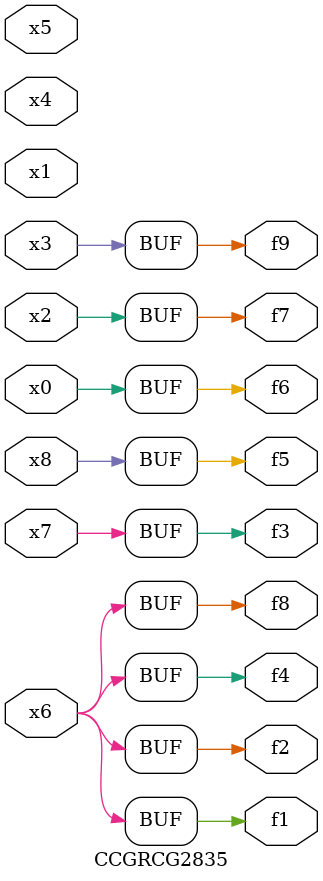
<source format=v>
module CCGRCG2835(
	input x0, x1, x2, x3, x4, x5, x6, x7, x8,
	output f1, f2, f3, f4, f5, f6, f7, f8, f9
);
	assign f1 = x6;
	assign f2 = x6;
	assign f3 = x7;
	assign f4 = x6;
	assign f5 = x8;
	assign f6 = x0;
	assign f7 = x2;
	assign f8 = x6;
	assign f9 = x3;
endmodule

</source>
